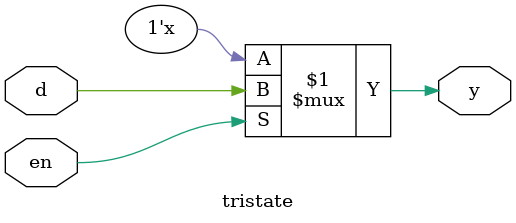
<source format=v>
module tristate( input d, input en ,output y);
  assign y = en ? d:1'bz;
endmodule

</source>
